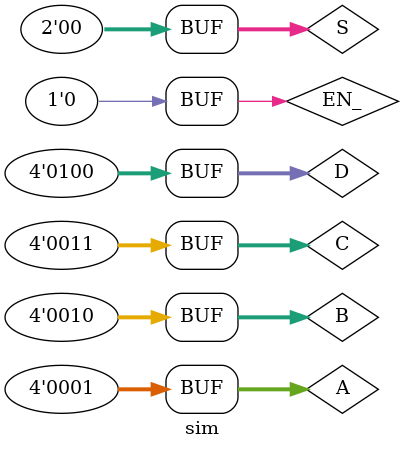
<source format=v>
`timescale 1ns / 1ps

module sim;
  reg [3:0] A, B, C, D;
  reg [1:0] S;
  reg EN_;
  wire [3:0] Y;
  mux4 uut (
      A,
      B,
      C,
      D,
      S,
      EN_,
      Y
  );
  initial begin
    A   = 4'b0001;
    B   = 4'b0010;
    C   = 4'b0011;
    D   = 4'b0100;
    S   = 2'b00;
    EN_ = 1;
    #20 EN_ = 0;
  end
  always begin
    #50 S = 2'b01;
    #50 S = 2'b10;
    #50;
    S = 2'b11;
    #50 S = 2'b00;
  end
endmodule

</source>
